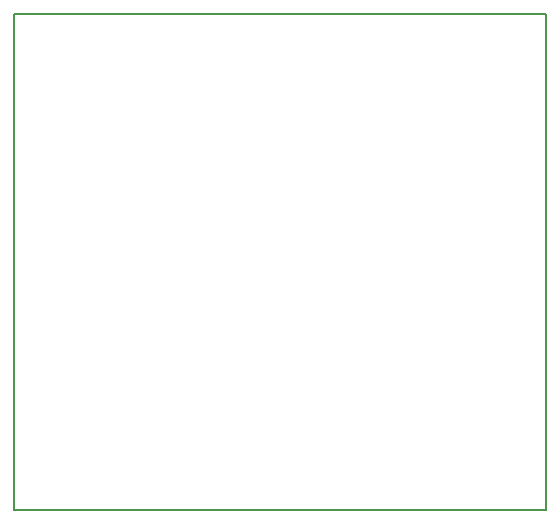
<source format=gbr>
%TF.GenerationSoftware,KiCad,Pcbnew,(5.0.1)-4*%
%TF.CreationDate,2019-03-02T17:13:33-06:00*%
%TF.ProjectId,pcbdesign,70636264657369676E2E6B696361645F,rev?*%
%TF.SameCoordinates,Original*%
%TF.FileFunction,Profile,NP*%
%FSLAX46Y46*%
G04 Gerber Fmt 4.6, Leading zero omitted, Abs format (unit mm)*
G04 Created by KiCad (PCBNEW (5.0.1)-4) date 2019-03-02 5:13:33 PM*
%MOMM*%
%LPD*%
G01*
G04 APERTURE LIST*
%ADD10C,0.150000*%
G04 APERTURE END LIST*
D10*
X158000000Y-68000000D02*
X158000000Y-26000000D01*
X203000000Y-68000000D02*
X158000000Y-68000000D01*
X203000000Y-26000000D02*
X203000000Y-68000000D01*
X158000000Y-26000000D02*
X203000000Y-26000000D01*
M02*

</source>
